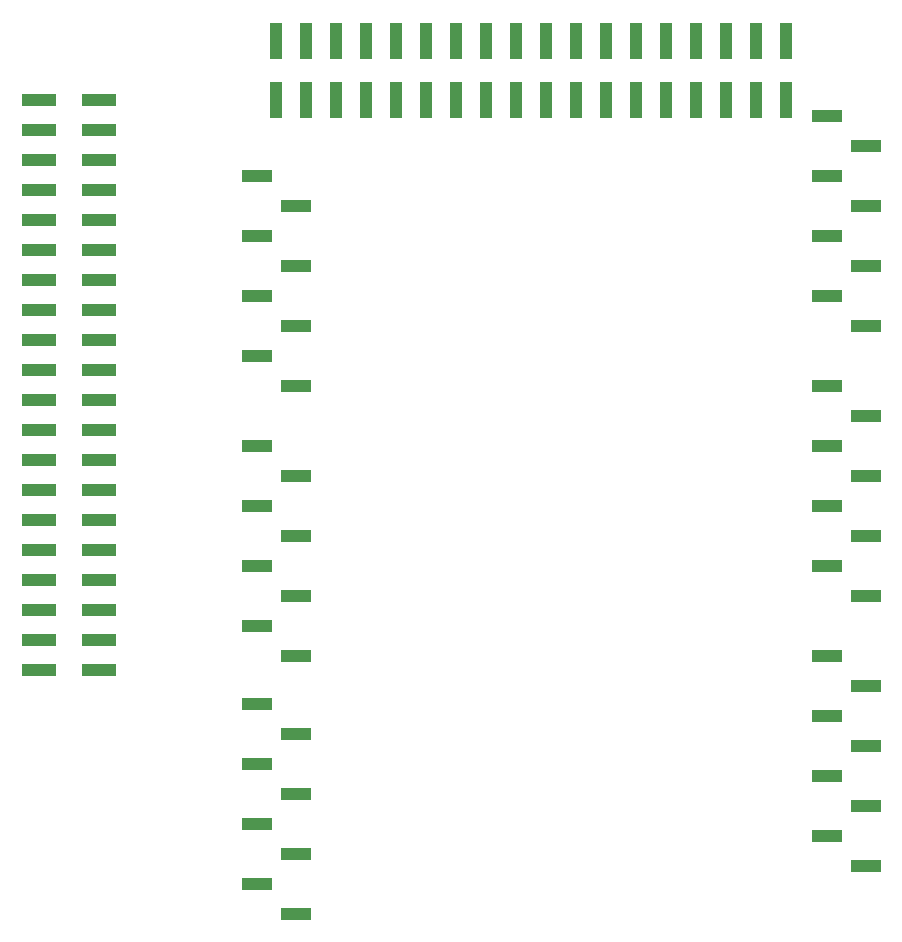
<source format=gbr>
G04 #@! TF.GenerationSoftware,KiCad,Pcbnew,5.99.0-unknown-1463dd1~101~ubuntu20.04.1*
G04 #@! TF.CreationDate,2020-07-08T00:09:35-04:00*
G04 #@! TF.ProjectId,goldhat,676f6c64-6861-4742-9e6b-696361645f70,rev?*
G04 #@! TF.SameCoordinates,Original*
G04 #@! TF.FileFunction,Paste,Bot*
G04 #@! TF.FilePolarity,Positive*
%FSLAX46Y46*%
G04 Gerber Fmt 4.6, Leading zero omitted, Abs format (unit mm)*
G04 Created by KiCad (PCBNEW 5.99.0-unknown-1463dd1~101~ubuntu20.04.1) date 2020-07-08 00:09:35*
%MOMM*%
%LPD*%
G01*
G04 APERTURE LIST*
%ADD10R,2.510000X1.000000*%
%ADD11R,1.000000X3.150000*%
%ADD12R,3.000000X1.000000*%
G04 APERTURE END LIST*
D10*
X172455000Y-158420000D03*
X172455000Y-163500000D03*
X172455000Y-168580000D03*
X172455000Y-173660000D03*
X169145000Y-155880000D03*
X169145000Y-160960000D03*
X169145000Y-166040000D03*
X169145000Y-171120000D03*
X172455000Y-112700000D03*
X172455000Y-117780000D03*
X172455000Y-122860000D03*
X172455000Y-127940000D03*
X169145000Y-110160000D03*
X169145000Y-115240000D03*
X169145000Y-120320000D03*
X169145000Y-125400000D03*
D11*
X165720000Y-108875000D03*
X165720000Y-103825000D03*
X163180000Y-108875000D03*
X163180000Y-103825000D03*
X160640000Y-108875000D03*
X160640000Y-103825000D03*
X158100000Y-108875000D03*
X158100000Y-103825000D03*
X155560000Y-108875000D03*
X155560000Y-103825000D03*
X153020000Y-108875000D03*
X153020000Y-103825000D03*
X150480000Y-108875000D03*
X150480000Y-103825000D03*
X147940000Y-108875000D03*
X147940000Y-103825000D03*
X145400000Y-108875000D03*
X145400000Y-103825000D03*
X142860000Y-108875000D03*
X142860000Y-103825000D03*
X140320000Y-108875000D03*
X140320000Y-103825000D03*
X137780000Y-108875000D03*
X137780000Y-103825000D03*
X135240000Y-108875000D03*
X135240000Y-103825000D03*
X132700000Y-108875000D03*
X132700000Y-103825000D03*
X130160000Y-108875000D03*
X130160000Y-103825000D03*
X127620000Y-108875000D03*
X127620000Y-103825000D03*
X125080000Y-108875000D03*
X125080000Y-103825000D03*
X122540000Y-108875000D03*
X122540000Y-103825000D03*
D12*
X102480000Y-108870000D03*
X107520000Y-108870000D03*
X102480000Y-111410000D03*
X107520000Y-111410000D03*
X102480000Y-113950000D03*
X107520000Y-113950000D03*
X102480000Y-116490000D03*
X107520000Y-116490000D03*
X102480000Y-119030000D03*
X107520000Y-119030000D03*
X102480000Y-121570000D03*
X107520000Y-121570000D03*
X102480000Y-124110000D03*
X107520000Y-124110000D03*
X102480000Y-126650000D03*
X107520000Y-126650000D03*
X102480000Y-129190000D03*
X107520000Y-129190000D03*
X102480000Y-131730000D03*
X107520000Y-131730000D03*
X102480000Y-134270000D03*
X107520000Y-134270000D03*
X102480000Y-136810000D03*
X107520000Y-136810000D03*
X102480000Y-139350000D03*
X107520000Y-139350000D03*
X102480000Y-141890000D03*
X107520000Y-141890000D03*
X102480000Y-144430000D03*
X107520000Y-144430000D03*
X102480000Y-146970000D03*
X107520000Y-146970000D03*
X102480000Y-149510000D03*
X107520000Y-149510000D03*
X102480000Y-152050000D03*
X107520000Y-152050000D03*
X102480000Y-154590000D03*
X107520000Y-154590000D03*
X102480000Y-157130000D03*
X107520000Y-157130000D03*
D10*
X124195000Y-117780000D03*
X124195000Y-122860000D03*
X124195000Y-127940000D03*
X124195000Y-133020000D03*
X120885000Y-115240000D03*
X120885000Y-120320000D03*
X120885000Y-125400000D03*
X120885000Y-130480000D03*
X120885000Y-175184000D03*
X120885000Y-170104000D03*
X120885000Y-165024000D03*
X120885000Y-159944000D03*
X124195000Y-177724000D03*
X124195000Y-172644000D03*
X124195000Y-167564000D03*
X124195000Y-162484000D03*
X120885000Y-153340000D03*
X120885000Y-148260000D03*
X120885000Y-143180000D03*
X120885000Y-138100000D03*
X124195000Y-155880000D03*
X124195000Y-150800000D03*
X124195000Y-145720000D03*
X124195000Y-140640000D03*
X172455000Y-135560000D03*
X172455000Y-140640000D03*
X172455000Y-145720000D03*
X172455000Y-150800000D03*
X169145000Y-133020000D03*
X169145000Y-138100000D03*
X169145000Y-143180000D03*
X169145000Y-148260000D03*
M02*

</source>
